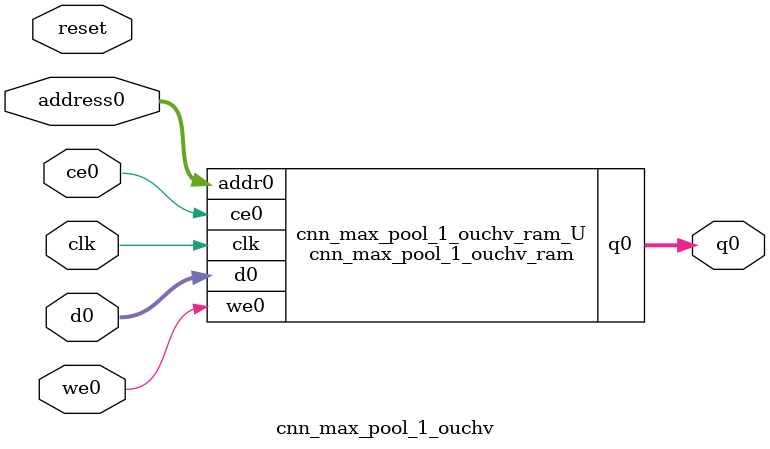
<source format=v>
`timescale 1 ns / 1 ps
module cnn_max_pool_1_ouchv_ram (addr0, ce0, d0, we0, q0,  clk);

parameter DWIDTH = 14;
parameter AWIDTH = 5;
parameter MEM_SIZE = 25;

input[AWIDTH-1:0] addr0;
input ce0;
input[DWIDTH-1:0] d0;
input we0;
output reg[DWIDTH-1:0] q0;
input clk;

(* ram_style = "distributed" *)reg [DWIDTH-1:0] ram[0:MEM_SIZE-1];




always @(posedge clk)  
begin 
    if (ce0) 
    begin
        if (we0) 
        begin 
            ram[addr0] <= d0; 
        end 
        q0 <= ram[addr0];
    end
end


endmodule

`timescale 1 ns / 1 ps
module cnn_max_pool_1_ouchv(
    reset,
    clk,
    address0,
    ce0,
    we0,
    d0,
    q0);

parameter DataWidth = 32'd14;
parameter AddressRange = 32'd25;
parameter AddressWidth = 32'd5;
input reset;
input clk;
input[AddressWidth - 1:0] address0;
input ce0;
input we0;
input[DataWidth - 1:0] d0;
output[DataWidth - 1:0] q0;



cnn_max_pool_1_ouchv_ram cnn_max_pool_1_ouchv_ram_U(
    .clk( clk ),
    .addr0( address0 ),
    .ce0( ce0 ),
    .we0( we0 ),
    .d0( d0 ),
    .q0( q0 ));

endmodule


</source>
